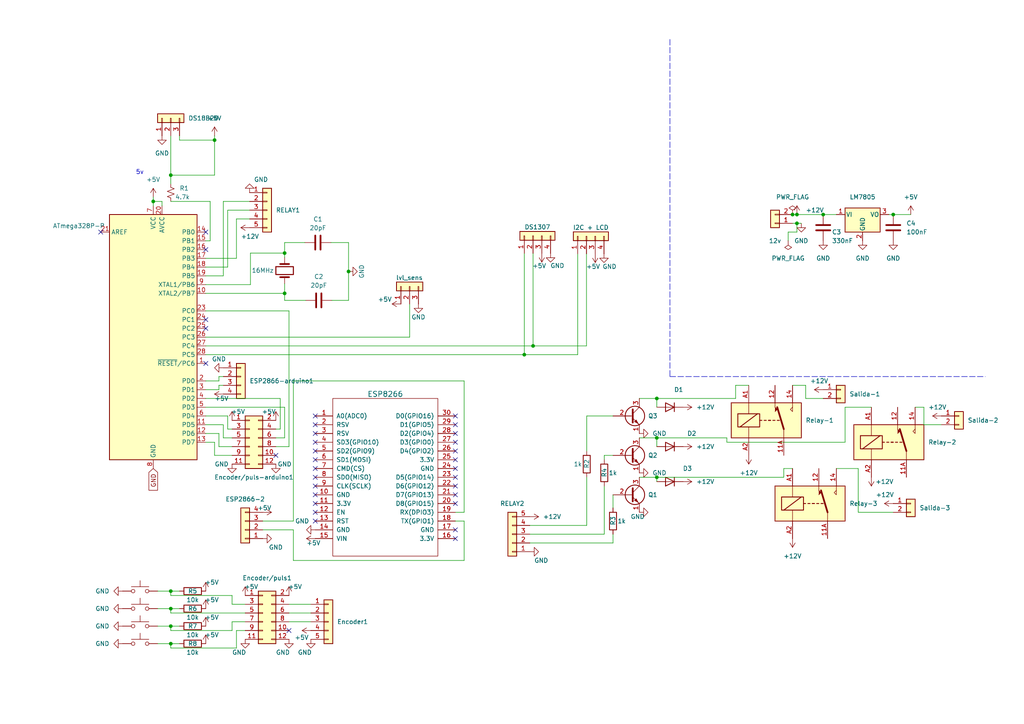
<source format=kicad_sch>
(kicad_sch (version 20211123) (generator eeschema)
  (paper "A4")
  (lib_symbols
    (symbol "Conn_01x02_2" (pin_names (offset 1.016) hide)
      (property "Value" "12v" (at 0 5.08 0))
      (symbol "Conn_01x02_2_1_1"
        (pin power_in line (at -5.08 0 0) (length 3.81) (name "Pin_1") (number "1"))
        (pin power_in line (at -5.08 -2.54 0) (length 3.81) (name "Pin_2") (number "2"))
      )
    )
    (symbol "Conn_01x04_1" (pin_names (offset 1.016) hide)
      (property "Reference" "J" (at 0 5.08 0))
      (property "Value" "Conn_01x04_1" (at 0 -7.62 0))
      (symbol "Conn_01x04_1_1_1"
        (pin passive line (at -5.08 2.54 0) (length 3.81) (name "Pin_1") (number "1"))
        (pin passive line (at -5.08 0 0) (length 3.81) (name "Pin_2") (number "2"))
        (pin passive line (at -5.08 -2.54 0) (length 3.81) (name "Pin_3") (number "3"))
        (pin passive line (at -5.08 -5.08 0) (length 3.81) (name "Pin_4") (number "4"))
      )
    )
    (symbol "Conn_02x06_Odd_Even_1" (pin_names (offset 1.016) hide)
      (property "Reference" "J" (at 1.27 7.62 0))
      (property "Value" "Conn_02x06_Odd_Even_1" (at 1.27 -10.16 0))
      (symbol "Conn_02x06_Odd_Even_1_1_1"
        (pin passive line (at -5.08 5.08 0) (length 3.81) (name "Pin_1") (number "1"))
        (pin passive line (at 7.62 -5.08 180) (length 3.81) (name "Pin_10") (number "10"))
        (pin passive line (at -5.08 -7.62 0) (length 3.81) (name "Pin_11") (number "11"))
        (pin passive line (at 7.62 -7.62 180) (length 3.81) (name "Pin_12") (number "12"))
        (pin passive line (at 7.62 5.08 180) (length 3.81) (name "Pin_2") (number "2"))
        (pin passive line (at -5.08 2.54 0) (length 3.81) (name "Pin_3") (number "3"))
        (pin passive line (at 7.62 2.54 180) (length 3.81) (name "Pin_4") (number "4"))
        (pin passive line (at -5.08 0 0) (length 3.81) (name "Pin_5") (number "5"))
        (pin passive line (at 7.62 0 180) (length 3.81) (name "Pin_6") (number "6"))
        (pin passive line (at -5.08 -2.54 0) (length 3.81) (name "Pin_7") (number "7"))
        (pin passive line (at 7.62 -2.54 180) (length 3.81) (name "Pin_8") (number "8"))
        (pin passive line (at -5.08 -5.08 0) (length 3.81) (name "Pin_9") (number "9"))
      )
    )
    (symbol "Connector_Generic:Conn_01x02" (pin_names (offset 1.016) hide)
      (property "Reference" "J" (at 0 2.54 0))
      (property "Value" "Conn_01x02" (at 0 -5.08 0))
      (symbol "Conn_01x02_1_1"
        (pin passive line (at -5.08 0 0) (length 3.81) (name "Pin_1") (number "1"))
        (pin passive line (at -5.08 -2.54 0) (length 3.81) (name "Pin_2") (number "2"))
      )
    )
    (symbol "Connector_Generic:Conn_01x03" (pin_names (offset 1.016) hide)
      (property "Reference" "J" (at 0 5.08 0))
      (property "Value" "Conn_01x03" (at 0 -5.08 0))
      (symbol "Conn_01x03_1_1"
        (pin passive line (at -5.08 2.54 0) (length 3.81) (name "Pin_1") (number "1"))
        (pin passive line (at -5.08 0 0) (length 3.81) (name "Pin_2") (number "2"))
        (pin passive line (at -5.08 -2.54 0) (length 3.81) (name "Pin_3") (number "3"))
      )
    )
    (symbol "Connector_Generic:Conn_01x04" (pin_names (offset 1.016) hide)
      (property "Reference" "J" (at 0 5.08 0))
      (property "Value" "Conn_01x04" (at 0 -7.62 0))
      (symbol "Conn_01x04_1_1"
        (pin passive line (at -5.08 2.54 0) (length 3.81) (name "Pin_1") (number "1"))
        (pin passive line (at -5.08 0 0) (length 3.81) (name "Pin_2") (number "2"))
        (pin passive line (at -5.08 -2.54 0) (length 3.81) (name "Pin_3") (number "3"))
        (pin passive line (at -5.08 -5.08 0) (length 3.81) (name "Pin_4") (number "4"))
      )
    )
    (symbol "Connector_Generic:Conn_01x05" (pin_names (offset 1.016) hide)
      (property "Reference" "J" (at 0 7.62 0))
      (property "Value" "Conn_01x05" (at 0 -7.62 0))
      (symbol "Conn_01x05_1_1"
        (pin passive line (at -5.08 5.08 0) (length 3.81) (name "Pin_1") (number "1"))
        (pin passive line (at -5.08 2.54 0) (length 3.81) (name "Pin_2") (number "2"))
        (pin passive line (at -5.08 0 0) (length 3.81) (name "Pin_3") (number "3"))
        (pin passive line (at -5.08 -2.54 0) (length 3.81) (name "Pin_4") (number "4"))
        (pin passive line (at -5.08 -5.08 0) (length 3.81) (name "Pin_5") (number "5"))
      )
    )
    (symbol "Connector_Generic:Conn_02x06_Odd_Even" (pin_names (offset 1.016) hide)
      (property "Reference" "J" (at 1.27 7.62 0))
      (property "Value" "Conn_02x06_Odd_Even" (at 1.27 -10.16 0))
      (symbol "Conn_02x06_Odd_Even_1_1"
        (pin passive line (at -5.08 5.08 0) (length 3.81) (name "Pin_1") (number "1"))
        (pin passive line (at 7.62 -5.08 180) (length 3.81) (name "Pin_10") (number "10"))
        (pin passive line (at -5.08 -7.62 0) (length 3.81) (name "Pin_11") (number "11"))
        (pin passive line (at 7.62 -7.62 180) (length 3.81) (name "Pin_12") (number "12"))
        (pin passive line (at 7.62 5.08 180) (length 3.81) (name "Pin_2") (number "2"))
        (pin passive line (at -5.08 2.54 0) (length 3.81) (name "Pin_3") (number "3"))
        (pin passive line (at 7.62 2.54 180) (length 3.81) (name "Pin_4") (number "4"))
        (pin passive line (at -5.08 0 0) (length 3.81) (name "Pin_5") (number "5"))
        (pin passive line (at 7.62 0 180) (length 3.81) (name "Pin_6") (number "6"))
        (pin passive line (at -5.08 -2.54 0) (length 3.81) (name "Pin_7") (number "7"))
        (pin passive line (at 7.62 -2.54 180) (length 3.81) (name "Pin_8") (number "8"))
        (pin passive line (at -5.08 -5.08 0) (length 3.81) (name "Pin_9") (number "9"))
      )
    )
    (symbol "Device:C" (pin_numbers hide) (pin_names (offset 0.254))
      (property "Reference" "C" (at 0.635 2.54 0))
      (property "Value" "C" (at 0.635 -2.54 0))
      (symbol "C_1_1"
        (pin passive line (at 0 3.81 270) (length 2.794) (name "~") (number "1"))
        (pin passive line (at 0 -3.81 90) (length 2.794) (name "~") (number "2"))
      )
    )
    (symbol "Device:Crystal" (pin_numbers hide) (pin_names (offset 1.016) hide)
      (property "Reference" "Y" (at 0 3.81 0))
      (property "Value" "Crystal" (at 0 -3.81 0))
      (symbol "Crystal_1_1"
        (pin passive line (at -3.81 0 0) (length 1.27) (name "1") (number "1"))
        (pin passive line (at 3.81 0 180) (length 1.27) (name "2") (number "2"))
      )
    )
    (symbol "Device:R" (pin_numbers hide) (pin_names (offset 0))
      (property "Reference" "R" (at 2.032 0 90))
      (property "Value" "R" (at 0 0 90))
      (symbol "R_1_1"
        (pin passive line (at 0 3.81 270) (length 1.27) (name "~") (number "1"))
        (pin passive line (at 0 -3.81 90) (length 1.27) (name "~") (number "2"))
      )
    )
    (symbol "Device:R_Small_US" (pin_numbers hide) (pin_names (offset 0.254) hide)
      (property "Reference" "R" (at 0.762 0.508 0))
      (property "Value" "R_Small_US" (at 0.762 -1.016 0))
      (symbol "R_Small_US_1_1"
        (pin passive line (at 0 2.54 270) (length 1.016) (name "~") (number "1"))
        (pin passive line (at 0 -2.54 90) (length 1.016) (name "~") (number "2"))
      )
    )
    (symbol "Diode:1N4007" (pin_numbers hide) (pin_names (offset 1.016) hide)
      (property "Reference" "D" (at 0 2.54 0))
      (property "Value" "1N4007" (at 0 -2.54 0))
      (symbol "1N4007_1_1"
        (pin passive line (at -3.81 0 0) (length 2.54) (name "K") (number "1"))
        (pin passive line (at 3.81 0 180) (length 2.54) (name "A") (number "2"))
      )
    )
    (symbol "ESP8266-2:NodeMCU1.0(ESP-12E)" (pin_names (offset 1.016))
      (property "Reference" "U" (at 0 21.59 0))
      (property "Value" "NodeMCU1.0(ESP-12E)" (at 0 -21.59 0))
      (symbol "NodeMCU1.0(ESP-12E)_1_1"
        (pin input line (at -20.32 17.78 0) (length 5.08) (name "A0(ADC0)") (number "1"))
        (pin input line (at -20.32 -5.08 0) (length 5.08) (name "GND") (number "10"))
        (pin input line (at -20.32 -7.62 0) (length 5.08) (name "3.3V") (number "11"))
        (pin input line (at -20.32 -10.16 0) (length 5.08) (name "EN") (number "12"))
        (pin input line (at -20.32 -12.7 0) (length 5.08) (name "RST") (number "13"))
        (pin input line (at -20.32 -15.24 0) (length 5.08) (name "GND") (number "14"))
        (pin input line (at -20.32 -17.78 0) (length 5.08) (name "VIN") (number "15"))
        (pin input line (at 20.32 -17.78 180) (length 5.08) (name "3.3V") (number "16"))
        (pin input line (at 20.32 -15.24 180) (length 5.08) (name "GND") (number "17"))
        (pin input line (at 20.32 -12.7 180) (length 5.08) (name "TX(GPIO1)") (number "18"))
        (pin input line (at 20.32 -10.16 180) (length 5.08) (name "RX(DPIO3)") (number "19"))
        (pin input line (at -20.32 15.24 0) (length 5.08) (name "RSV") (number "2"))
        (pin input line (at 20.32 -7.62 180) (length 5.08) (name "D8(GPIO15)") (number "20"))
        (pin input line (at 20.32 -5.08 180) (length 5.08) (name "D7(GPIO13)") (number "21"))
        (pin input line (at 20.32 -2.54 180) (length 5.08) (name "D6(GPIO12)") (number "22"))
        (pin input line (at 20.32 0 180) (length 5.08) (name "D5(GPIO14)") (number "23"))
        (pin input line (at 20.32 2.54 180) (length 5.08) (name "GND") (number "24"))
        (pin input line (at 20.32 5.08 180) (length 5.08) (name "3.3V") (number "25"))
        (pin input line (at 20.32 7.62 180) (length 5.08) (name "D4(GPIO2)") (number "26"))
        (pin input line (at 20.32 10.16 180) (length 5.08) (name "D3(GPIO0)") (number "27"))
        (pin input line (at 20.32 12.7 180) (length 5.08) (name "D2(GPIO4)") (number "28"))
        (pin input line (at 20.32 15.24 180) (length 5.08) (name "D1(GPIO5)") (number "29"))
        (pin input line (at -20.32 12.7 0) (length 5.08) (name "RSV") (number "3"))
        (pin input line (at 20.32 17.78 180) (length 5.08) (name "D0(GPIO16)") (number "30"))
        (pin input line (at -20.32 10.16 0) (length 5.08) (name "SD3(GPIO10)") (number "4"))
        (pin input line (at -20.32 7.62 0) (length 5.08) (name "SD2(GPIO9)") (number "5"))
        (pin input line (at -20.32 5.08 0) (length 5.08) (name "SD1(MOSI)") (number "6"))
        (pin input line (at -20.32 2.54 0) (length 5.08) (name "CMD(CS)") (number "7"))
        (pin input line (at -20.32 0 0) (length 5.08) (name "SDO(MISO)") (number "8"))
        (pin input line (at -20.32 -2.54 0) (length 5.08) (name "CLK(SCLK)") (number "9"))
      )
    )
    (symbol "MCU_Microchip_ATmega:ATmega328P-P"
      (property "Reference" "U" (at -12.7 36.83 0))
      (property "Value" "ATmega328P-P" (at 2.54 -36.83 0))
      (symbol "ATmega328P-P_1_1"
        (pin bidirectional line (at 15.24 -7.62 180) (length 2.54) (name "~{RESET}/PC6") (number "1"))
        (pin bidirectional line (at 15.24 12.7 180) (length 2.54) (name "XTAL2/PB7") (number "10"))
        (pin bidirectional line (at 15.24 -25.4 180) (length 2.54) (name "PD5") (number "11"))
        (pin bidirectional line (at 15.24 -27.94 180) (length 2.54) (name "PD6") (number "12"))
        (pin bidirectional line (at 15.24 -30.48 180) (length 2.54) (name "PD7") (number "13"))
        (pin bidirectional line (at 15.24 30.48 180) (length 2.54) (name "PB0") (number "14"))
        (pin bidirectional line (at 15.24 27.94 180) (length 2.54) (name "PB1") (number "15"))
        (pin bidirectional line (at 15.24 25.4 180) (length 2.54) (name "PB2") (number "16"))
        (pin bidirectional line (at 15.24 22.86 180) (length 2.54) (name "PB3") (number "17"))
        (pin bidirectional line (at 15.24 20.32 180) (length 2.54) (name "PB4") (number "18"))
        (pin bidirectional line (at 15.24 17.78 180) (length 2.54) (name "PB5") (number "19"))
        (pin bidirectional line (at 15.24 -12.7 180) (length 2.54) (name "PD0") (number "2"))
        (pin power_in line (at 2.54 38.1 270) (length 2.54) (name "AVCC") (number "20"))
        (pin passive line (at -15.24 30.48 0) (length 2.54) (name "AREF") (number "21"))
        (pin passive line (at 0 -38.1 90) (length 2.54) hide (name "GND") (number "22"))
        (pin bidirectional line (at 15.24 7.62 180) (length 2.54) (name "PC0") (number "23"))
        (pin bidirectional line (at 15.24 5.08 180) (length 2.54) (name "PC1") (number "24"))
        (pin bidirectional line (at 15.24 2.54 180) (length 2.54) (name "PC2") (number "25"))
        (pin bidirectional line (at 15.24 0 180) (length 2.54) (name "PC3") (number "26"))
        (pin bidirectional line (at 15.24 -2.54 180) (length 2.54) (name "PC4") (number "27"))
        (pin bidirectional line (at 15.24 -5.08 180) (length 2.54) (name "PC5") (number "28"))
        (pin bidirectional line (at 15.24 -15.24 180) (length 2.54) (name "PD1") (number "3"))
        (pin bidirectional line (at 15.24 -17.78 180) (length 2.54) (name "PD2") (number "4"))
        (pin bidirectional line (at 15.24 -20.32 180) (length 2.54) (name "PD3") (number "5"))
        (pin bidirectional line (at 15.24 -22.86 180) (length 2.54) (name "PD4") (number "6"))
        (pin power_in line (at 0 38.1 270) (length 2.54) (name "VCC") (number "7"))
        (pin power_in line (at 0 -38.1 90) (length 2.54) (name "GND") (number "8"))
        (pin bidirectional line (at 15.24 15.24 180) (length 2.54) (name "XTAL1/PB6") (number "9"))
      )
    )
    (symbol "Regulator_Linear:LM7805_TO220" (pin_names (offset 0.254))
      (property "Reference" "U" (at -3.81 3.175 0))
      (property "Value" "LM7805_TO220" (at 0 3.175 0))
      (symbol "LM7805_TO220_1_1"
        (pin power_in line (at -7.62 0 0) (length 2.54) (name "VI") (number "1"))
        (pin power_in line (at 0 -7.62 90) (length 2.54) (name "GND") (number "2"))
        (pin power_out line (at 7.62 0 180) (length 2.54) (name "VO") (number "3"))
      )
    )
    (symbol "Relay:RAYEX-L90"
      (property "Reference" "K" (at 11.43 3.81 0))
      (property "Value" "RAYEX-L90" (at 11.43 1.27 0))
      (symbol "RAYEX-L90_1_1"
        (pin passive line (at 5.08 -10.16 90) (length 5.08) (name "~") (number "11A"))
        (pin passive line (at 5.08 -10.16 90) (length 5.08) hide (name "~") (number "11B"))
        (pin passive line (at 2.54 10.16 270) (length 5.08) (name "~") (number "12"))
        (pin passive line (at 7.62 10.16 270) (length 5.08) (name "~") (number "14"))
        (pin passive line (at -5.08 10.16 270) (length 5.08) (name "~") (number "A1"))
        (pin passive line (at -5.08 -10.16 90) (length 5.08) (name "~") (number "A2"))
      )
    )
    (symbol "Switch:SW_Push" (pin_numbers hide) (pin_names (offset 1.016) hide)
      (property "Reference" "SW" (at 1.27 2.54 0))
      (property "Value" "SW_Push" (at 0 -1.524 0))
      (symbol "SW_Push_0_1"
        (pin passive line (at -5.08 0 0) (length 2.54) (name "1") (number "1"))
        (pin passive line (at 5.08 0 180) (length 2.54) (name "2") (number "2"))
      )
    )
    (symbol "Transistor_BJT:PN2222A" (pin_names (offset 0) hide)
      (property "Reference" "Q" (at 5.08 1.905 0))
      (property "Value" "PN2222A" (at 5.08 0 0))
      (symbol "PN2222A_1_1"
        (pin passive line (at 2.54 -5.08 90) (length 2.54) (name "E") (number "1"))
        (pin input line (at -5.08 0 0) (length 5.08) (name "B") (number "2"))
        (pin passive line (at 2.54 5.08 270) (length 2.54) (name "C") (number "3"))
      )
    )
    (symbol "power:+12V" (power) (pin_names (offset 0))
      (property "Value" "+12V" (at 0 3.556 0))
      (symbol "+12V_1_1"
        (pin power_in line (at 0 0 90) (length 0) hide (name "+12V") (number "1"))
      )
    )
    (symbol "power:+5V" (power) (pin_names (offset 0))
      (property "Value" "+5V" (at 0 3.556 0))
      (symbol "+5V_1_1"
        (pin power_in line (at 0 0 90) (length 0) hide (name "+5V") (number "1"))
      )
    )
    (symbol "power:GND" (power) (pin_names (offset 0))
      (property "Value" "GND" (at 0 -3.81 0))
      (symbol "GND_1_1"
        (pin power_in line (at 0 0 270) (length 0) hide (name "GND") (number "1"))
      )
    )
    (symbol "power:PWR_FLAG" (power) (pin_numbers hide) (pin_names (offset 0) hide)
      (property "Value" "PWR_FLAG" (at 0 3.81 0))
      (symbol "PWR_FLAG_0_0"
        (pin power_out line (at 0 0 90) (length 0) (name "pwr") (number "1"))
      )
    )
  )
  (junction (at 152.0698 102.87))
  (junction (at 49.53 171.45))
  (junction (at 44.45 58.42))
  (junction (at 231.14 62.23))
  (junction (at 190.5 127))
  (junction (at 49.53 181.61))
  (junction (at 101.092 78.74))
  (junction (at 259.08 62.23))
  (junction (at 229.87 62.23))
  (junction (at 238.76 62.23))
  (junction (at 49.53 50.8))
  (junction (at 49.53 176.53))
  (junction (at 82.55 73.406))
  (junction (at 190.5 138.43))
  (junction (at 231.14 64.77))
  (junction (at 62.23 40.64))
  (junction (at 49.53 186.69))
  (junction (at 82.55 85.09))
  (junction (at 190.5 115.57))
  (junction (at 154.6098 100.33))
  (no_connect (at 80.01 132.08))
  (no_connect (at 29.21 67.31))
  (no_connect (at 132.08 146.05))
  (no_connect (at 132.08 140.97))
  (no_connect (at 132.08 143.51))
  (no_connect (at 132.08 153.67))
  (no_connect (at 132.08 156.21))
  (no_connect (at 132.08 120.65))
  (no_connect (at 132.08 123.19))
  (no_connect (at 132.08 128.27))
  (no_connect (at 132.08 125.73))
  (no_connect (at 132.08 130.81))
  (no_connect (at 132.08 133.35))
  (no_connect (at 132.08 135.89))
  (no_connect (at 132.08 138.43))
  (no_connect (at 91.44 151.13))
  (no_connect (at 91.44 148.59))
  (no_connect (at 91.44 146.05))
  (no_connect (at 91.44 138.43))
  (no_connect (at 91.44 135.89))
  (no_connect (at 91.44 130.81))
  (no_connect (at 91.44 125.73))
  (no_connect (at 91.44 128.27))
  (no_connect (at 91.44 133.35))
  (no_connect (at 91.44 143.51))
  (no_connect (at 91.44 140.97))
  (no_connect (at 91.44 120.65))
  (no_connect (at 91.44 123.19))
  (no_connect (at 59.69 95.25))
  (no_connect (at 83.82 182.88))
  (no_connect (at 59.69 105.41))
  (no_connect (at 59.69 72.39))
  (no_connect (at 59.69 67.31))
  (no_connect (at 59.69 92.71))
  (wire (pts (xy 88.646 87.122) (xy 82.55 87.122)))
  (wire (pts (xy 233.68 115.57) (xy 238.76 115.57)))
  (wire (pts (xy 49.53 186.69) (xy 49.53 187.96)))
  (wire (pts (xy 59.69 102.87) (xy 152.0698 102.87)))
  (wire (pts (xy 170.1038 73.6092) (xy 170.1038 100.33)))
  (wire (pts (xy 85.09 151.13) (xy 76.2 151.13)))
  (wire (pts (xy 134.62 151.13) (xy 134.62 162.56)))
  (wire (pts (xy 63.5 125.73) (xy 59.69 125.73)))
  (wire (pts (xy 49.53 182.88) (xy 67.31 182.88)))
  (wire (pts (xy 229.87 111.76) (xy 233.68 111.76)))
  (wire (pts (xy 80.01 124.46) (xy 81.28 124.46)))
  (wire (pts (xy 64.77 58.42) (xy 72.39 58.42)))
  (wire (pts (xy 242.57 135.89) (xy 248.92 135.89)))
  (wire (pts (xy 60.96 69.85) (xy 60.96 58.42)))
  (wire (pts (xy 76.2 153.67) (xy 85.09 153.67)))
  (wire (pts (xy 49.53 50.8) (xy 49.53 53.34)))
  (wire (pts (xy 45.72 176.53) (xy 49.53 176.53)))
  (wire (pts (xy 83.82 129.54) (xy 80.01 129.54)))
  (wire (pts (xy 44.45 58.42) (xy 44.45 59.69)))
  (wire (pts (xy 210.82 128.27) (xy 245.11 128.27)))
  (wire (pts (xy 101.092 70.358) (xy 101.092 78.74)))
  (wire (pts (xy 59.69 100.33) (xy 154.6098 100.33)))
  (wire (pts (xy 67.31 172.72) (xy 67.31 175.26)))
  (wire (pts (xy 66.04 60.96) (xy 72.39 60.96)))
  (wire (pts (xy 83.82 177.8) (xy 90.17 177.8)))
  (wire (pts (xy 59.69 82.55) (xy 72.644 82.55)))
  (wire (pts (xy 62.23 128.27) (xy 59.69 128.27)))
  (wire (pts (xy 82.55 87.122) (xy 82.55 85.09)))
  (wire (pts (xy 210.82 127) (xy 210.82 128.27)))
  (wire (pts (xy 132.08 148.59) (xy 134.62 148.59)))
  (polyline (pts (xy 194.31 11.43) (xy 194.31 109.22)))
  (wire (pts (xy 170.18 138.43) (xy 170.18 152.4)))
  (wire (pts (xy 45.72 171.45) (xy 49.53 171.45)))
  (wire (pts (xy 59.69 77.47) (xy 66.04 77.47)))
  (wire (pts (xy 49.53 50.8) (xy 62.23 50.8)))
  (wire (pts (xy 265.43 118.11) (xy 267.97 118.11)))
  (wire (pts (xy 132.08 151.13) (xy 134.62 151.13)))
  (wire (pts (xy 82.55 70.358) (xy 82.55 73.406)))
  (wire (pts (xy 134.62 110.49) (xy 85.09 110.49)))
  (wire (pts (xy 231.14 62.23) (xy 238.76 62.23)))
  (wire (pts (xy 213.36 111.76) (xy 217.17 111.76)))
  (wire (pts (xy 49.53 171.45) (xy 49.53 172.72)))
  (wire (pts (xy 177.8 147.32) (xy 177.8 143.51)))
  (wire (pts (xy 64.77 127) (xy 64.77 123.19)))
  (wire (pts (xy 67.31 180.34) (xy 71.12 180.34)))
  (wire (pts (xy 248.92 135.89) (xy 248.92 148.59)))
  (wire (pts (xy 59.69 80.01) (xy 64.77 80.01)))
  (wire (pts (xy 175.26 154.94) (xy 153.67 154.94)))
  (wire (pts (xy 170.1038 100.33) (xy 154.6098 100.33)))
  (wire (pts (xy 190.5 115.57) (xy 190.5 118.11)))
  (wire (pts (xy 46.99 59.69) (xy 46.99 58.42)))
  (wire (pts (xy 152.0698 102.87) (xy 152.0698 73.4822)))
  (wire (pts (xy 229.87 62.23) (xy 231.14 62.23)))
  (wire (pts (xy 68.58 63.5) (xy 72.39 63.5)))
  (wire (pts (xy 68.58 182.88) (xy 68.58 187.96)))
  (wire (pts (xy 170.18 120.65) (xy 170.18 130.81)))
  (wire (pts (xy 185.42 138.43) (xy 190.5 138.43)))
  (wire (pts (xy 66.04 124.46) (xy 67.31 124.46)))
  (wire (pts (xy 227.33 138.43) (xy 227.33 135.89)))
  (wire (pts (xy 60.96 58.42) (xy 49.53 58.42)))
  (wire (pts (xy 177.8 157.48) (xy 153.67 157.48)))
  (wire (pts (xy 227.33 135.89) (xy 229.87 135.89)))
  (wire (pts (xy 49.53 172.72) (xy 67.31 172.72)))
  (wire (pts (xy 64.77 80.01) (xy 64.77 58.42)))
  (wire (pts (xy 49.53 176.53) (xy 52.07 176.53)))
  (wire (pts (xy 238.76 62.23) (xy 242.57 62.23)))
  (wire (pts (xy 152.0698 102.87) (xy 167.5638 102.87)))
  (wire (pts (xy 83.82 175.26) (xy 90.17 175.26)))
  (wire (pts (xy 85.09 110.49) (xy 85.09 151.13)))
  (wire (pts (xy 63.5 111.76) (xy 64.77 111.76)))
  (wire (pts (xy 49.53 176.53) (xy 49.53 177.8)))
  (wire (pts (xy 177.8 132.08) (xy 175.26 132.08)))
  (wire (pts (xy 101.092 87.122) (xy 101.092 78.74)))
  (wire (pts (xy 185.42 127) (xy 190.5 127)))
  (wire (pts (xy 231.14 67.31) (xy 231.14 64.77)))
  (wire (pts (xy 63.5 113.03) (xy 63.5 111.76)))
  (wire (pts (xy 233.68 111.76) (xy 233.68 115.57)))
  (wire (pts (xy 64.77 123.19) (xy 59.69 123.19)))
  (wire (pts (xy 267.97 123.19) (xy 273.05 123.19)))
  (wire (pts (xy 62.23 39.37) (xy 62.23 40.64)))
  (wire (pts (xy 63.5 129.54) (xy 67.31 129.54)))
  (wire (pts (xy 175.26 140.97) (xy 175.26 154.94)))
  (wire (pts (xy 67.31 182.88) (xy 67.31 180.34)))
  (wire (pts (xy 82.55 85.09) (xy 59.69 85.09)))
  (wire (pts (xy 83.82 90.17) (xy 83.82 129.54)))
  (wire (pts (xy 72.644 82.55) (xy 72.644 73.406)))
  (wire (pts (xy 245.11 128.27) (xy 245.11 118.11)))
  (wire (pts (xy 59.69 110.49) (xy 63.5 110.49)))
  (wire (pts (xy 66.04 120.65) (xy 59.69 120.65)))
  (wire (pts (xy 59.69 90.17) (xy 83.82 90.17)))
  (wire (pts (xy 88.392 70.358) (xy 82.55 70.358)))
  (wire (pts (xy 228.6 69.85) (xy 228.6 67.31)))
  (wire (pts (xy 80.01 127) (xy 82.55 127)))
  (wire (pts (xy 167.5638 102.87) (xy 167.5638 73.6092)))
  (wire (pts (xy 49.53 186.69) (xy 52.07 186.69)))
  (wire (pts (xy 59.69 69.85) (xy 60.96 69.85)))
  (wire (pts (xy 154.6098 100.33) (xy 154.6098 73.4822)))
  (wire (pts (xy 82.55 73.406) (xy 72.644 73.406)))
  (wire (pts (xy 190.5 138.43) (xy 227.33 138.43)))
  (wire (pts (xy 59.69 113.03) (xy 63.5 113.03)))
  (wire (pts (xy 64.77 127) (xy 67.31 127)))
  (wire (pts (xy 59.69 97.79) (xy 118.8212 97.79)))
  (wire (pts (xy 190.5 127) (xy 190.5 129.54)))
  (wire (pts (xy 175.26 132.08) (xy 175.26 133.35)))
  (wire (pts (xy 213.36 115.57) (xy 213.36 111.76)))
  (wire (pts (xy 49.53 187.96) (xy 68.58 187.96)))
  (wire (pts (xy 49.53 39.37) (xy 49.53 50.8)))
  (wire (pts (xy 229.87 64.77) (xy 231.14 64.77)))
  (wire (pts (xy 185.42 115.57) (xy 190.5 115.57)))
  (wire (pts (xy 49.53 177.8) (xy 71.12 177.8)))
  (wire (pts (xy 177.8 154.94) (xy 177.8 157.48)))
  (wire (pts (xy 82.55 74.676) (xy 82.55 73.406)))
  (wire (pts (xy 52.07 40.64) (xy 52.07 39.37)))
  (wire (pts (xy 66.04 124.46) (xy 66.04 120.65)))
  (wire (pts (xy 248.92 148.59) (xy 259.08 148.59)))
  (wire (pts (xy 62.23 132.08) (xy 67.31 132.08)))
  (wire (pts (xy 63.5 109.22) (xy 64.77 109.22)))
  (wire (pts (xy 257.81 62.23) (xy 259.08 62.23)))
  (wire (pts (xy 49.53 181.61) (xy 52.07 181.61)))
  (wire (pts (xy 190.5 115.57) (xy 213.36 115.57)))
  (wire (pts (xy 62.23 40.64) (xy 62.23 50.8)))
  (wire (pts (xy 82.55 118.11) (xy 59.69 118.11)))
  (polyline (pts (xy 194.31 109.22) (xy 285.75 109.22)))
  (wire (pts (xy 231.14 64.77) (xy 232.41 64.77)))
  (wire (pts (xy 267.97 118.11) (xy 267.97 123.19)))
  (wire (pts (xy 82.55 127) (xy 82.55 118.11)))
  (wire (pts (xy 44.45 58.42) (xy 46.99 58.42)))
  (wire (pts (xy 68.58 74.93) (xy 68.58 63.5)))
  (wire (pts (xy 83.82 180.34) (xy 90.17 180.34)))
  (wire (pts (xy 134.62 162.56) (xy 85.09 162.56)))
  (wire (pts (xy 118.8212 88.1634) (xy 118.8212 97.79)))
  (wire (pts (xy 190.5 127) (xy 210.82 127)))
  (wire (pts (xy 63.5 129.54) (xy 63.5 125.73)))
  (wire (pts (xy 62.23 132.08) (xy 62.23 128.27)))
  (wire (pts (xy 81.28 124.46) (xy 81.28 115.57)))
  (wire (pts (xy 259.08 62.23) (xy 264.16 62.23)))
  (wire (pts (xy 66.04 77.47) (xy 66.04 60.96)))
  (wire (pts (xy 170.18 120.65) (xy 177.8 120.65)))
  (wire (pts (xy 228.6 67.31) (xy 231.14 67.31)))
  (wire (pts (xy 170.18 152.4) (xy 153.67 152.4)))
  (wire (pts (xy 52.07 40.64) (xy 62.23 40.64)))
  (wire (pts (xy 63.5 110.49) (xy 63.5 109.22)))
  (wire (pts (xy 59.69 74.93) (xy 68.58 74.93)))
  (wire (pts (xy 96.266 87.122) (xy 101.092 87.122)))
  (wire (pts (xy 67.31 175.26) (xy 71.12 175.26)))
  (wire (pts (xy 49.53 181.61) (xy 49.53 182.88)))
  (wire (pts (xy 49.53 171.45) (xy 52.07 171.45)))
  (wire (pts (xy 245.11 118.11) (xy 252.73 118.11)))
  (wire (pts (xy 45.72 181.61) (xy 49.53 181.61)))
  (wire (pts (xy 81.28 115.57) (xy 59.69 115.57)))
  (wire (pts (xy 68.58 182.88) (xy 71.12 182.88)))
  (wire (pts (xy 190.5 138.43) (xy 190.5 139.7)))
  (wire (pts (xy 44.45 57.15) (xy 44.45 58.42)))
  (wire (pts (xy 45.72 186.69) (xy 49.53 186.69)))
  (wire (pts (xy 96.012 70.358) (xy 101.092 70.358)))
  (wire (pts (xy 134.62 148.59) (xy 134.62 110.49)))
  (wire (pts (xy 82.55 82.296) (xy 82.55 85.09)))
  (wire (pts (xy 85.09 153.67) (xy 85.09 162.56)))
  (text "5v" (at 39.37 50.8 0) (effects (font (size 1.27 1.27)) (justify left bottom)))
  (global_label "GND" (shape input) (at 44.45 135.89 270) (property "Intersheet References" "${INTERSHEET_REFS}" (effects hide)))
  (symbol (lib_id "Connector_Generic:Conn_02x06_Odd_Even") (at 76.2 177.8 0) (unit 1)
    (property "Reference" "Encoder/puls1" (at 77.47 167.64 0))
    (property "Value" "Conn_02x06_Odd_Even" (effects hide))
    (property "Footprint" "Connector_PinHeader_2.54mm:PinHeader_2x06_P2.54mm_Vertical" (effects hide))
  )
  (symbol (lib_name "Conn_02x06_Odd_Even_1") (lib_id "Connector_Generic:Conn_02x06_Odd_Even") (at 72.39 127 0) (unit 1)
    (property "Reference" "Encoder/puls-arduino1" (at 73.66 138.43 0))
    (property "Value" "Conn_02x06_Odd_Even" (effects hide))
    (property "Footprint" "Connector_PinHeader_2.54mm:PinHeader_2x06_P2.54mm_Vertical" (effects hide))
  )
  (symbol (lib_id "Switch:SW_Push") (at 40.64 181.61 0) (unit 1)
    (property "Reference" "SW2" (effects hide))
    (property "Value" "SW_Push" (effects hide))
    (property "Footprint" "Button_Switch_THT:SW_PUSH-12mm" (effects hide))
  )
  (symbol (lib_id "power:GND") (at 90.17 185.42 0) (unit 1)
    (property "Reference" "#PWR0130" (effects hide))
    (property "Value" "GND" (at 86.36 189.23 0) (effects (justify left)))
  )
  (symbol (lib_id "Device:R") (at 55.88 181.61 90) (unit 1)
    (property "Reference" "R7" (at 55.88 181.61 90))
    (property "Value" "10k" (at 55.88 184.15 90))
    (property "Footprint" "Resistor_THT:R_Axial_DIN0204_L3.6mm_D1.6mm_P5.08mm_Horizontal" (effects hide))
  )
  (symbol (lib_id "power:GND") (at 185.42 125.73 90) (unit 1)
    (property "Reference" "#PWR06" (effects hide))
    (property "Value" "GND" (at 189.23 125.7299 90) (effects (justify right)))
  )
  (symbol (lib_id "power:GND") (at 80.01 134.62 0) (unit 1)
    (property "Reference" "#PWR0106" (effects hide))
    (property "Value" "GND" (at 82.55 134.62 0))
  )
  (symbol (lib_id "power:+5V") (at 91.44 156.21 90) (unit 1)
    (property "Reference" "#PWR03" (effects hide))
    (property "Value" "+5V" (at 88.9 157.48 90) (effects (justify right)))
  )
  (symbol (lib_id "Relay:RAYEX-L90") (at 222.25 121.92 0) (unit 1)
    (property "Reference" "Relay-1" (at 233.68 121.9199 0) (effects (justify left)))
    (property "Value" "RAYEX-L90" (effects hide))
    (property "Footprint" "Relay_THT:Relay_SPDT_RAYEX-L90" (effects hide))
    (property "Datasheet" "https://a3.sofastcdn.com/attachment/7jioKBjnRiiSrjrjknRiwS77gwbf3zmp/L90-SERIES.pdf" (effects hide))
  )
  (symbol (lib_id "Connector_Generic:Conn_01x02") (at 264.16 146.05 0) (unit 1)
    (property "Reference" "Salida-3" (at 266.7 147.3199 0) (effects (justify left)))
    (property "Value" "Conn_01x02" (effects hide))
    (property "Footprint" "TerminalBlock:TerminalBlock_bornier-2_P5.08mm" (effects hide))
  )
  (symbol (lib_id "Diode:1N4007") (at 194.31 139.7 180) (unit 1)
    (property "Reference" "D3" (at 199.39 135.89 0))
    (property "Value" "1N4007" (effects hide))
    (property "Footprint" "Diode_THT:D_DO-41_SOD81_P10.16mm_Horizontal" (effects hide))
    (property "Datasheet" "http://www.vishay.com/docs/88503/1n4001.pdf" (effects hide))
  )
  (symbol (lib_id "power:+5V") (at 64.77 114.3 90) (unit 1)
    (property "Reference" "#PWR013" (effects hide))
    (property "Value" "+5V" (at 62.23 115.57 90) (effects (justify right)))
  )
  (symbol (lib_id "Connector_Generic:Conn_01x02") (at 243.84 113.03 0) (unit 1)
    (property "Reference" "Salida-1" (at 246.38 114.2999 0) (effects (justify left)))
    (property "Value" "Conn_01x02" (effects hide))
    (property "Footprint" "TerminalBlock:TerminalBlock_bornier-2_P5.08mm" (effects hide))
  )
  (symbol (lib_id "power:GND") (at 101.092 78.74 90) (unit 1)
    (property "Reference" "#PWR01" (effects hide))
    (property "Value" "GND" (at 104.902 78.74 0))
  )
  (symbol (lib_id "power:+12V") (at 72.39 66.04 90) (unit 1)
    (property "Reference" "#PWR05" (effects hide))
    (property "Value" "+12V" (at 69.85 68.58 90) (effects (justify right)))
  )
  (symbol (lib_id "power:+5V") (at 83.82 172.72 0) (unit 1)
    (property "Reference" "#PWR018" (effects hide))
    (property "Value" "+5V" (at 87.63 170.18 0) (effects (justify right)))
  )
  (symbol (lib_id "Device:R") (at 177.8 151.13 0) (unit 1)
    (property "Reference" "R3" (at 177.8 152.4 90) (effects (justify left)))
    (property "Value" "1k" (at 179.07 151.13 0) (effects (justify left)))
    (property "Footprint" "Resistor_THT:R_Axial_DIN0204_L3.6mm_D1.6mm_P7.62mm_Horizontal" (effects hide))
  )
  (symbol (lib_id "power:GND") (at 159.6898 73.4822 0) (unit 1)
    (property "Reference" "#PWR0113" (effects hide))
    (property "Value" "GND" (at 161.671 77.0636 0))
  )
  (symbol (lib_name "Conn_01x02_2") (lib_id "Connector_Generic:Conn_01x02") (at 224.79 64.77 180) (unit 1)
    (property "Reference" "J1" (effects hide))
    (property "Value" "12v" (at 224.79 69.85 0))
    (property "Footprint" "TerminalBlock:TerminalBlock_bornier-2_P5.08mm" (effects hide))
  )
  (symbol (lib_id "Connector_Generic:Conn_01x02") (at 278.13 120.65 0) (unit 1)
    (property "Reference" "Salida-2" (at 280.67 121.9199 0) (effects (justify left)))
    (property "Value" "Conn_01x02" (effects hide))
    (property "Footprint" "TerminalBlock:TerminalBlock_bornier-2_P5.08mm" (effects hide))
  )
  (symbol (lib_id "power:GND") (at 238.76 69.85 0) (unit 1)
    (property "Reference" "#PWR0126" (effects hide))
    (property "Value" "GND" (at 238.76 74.93 0))
  )
  (symbol (lib_id "power:GND") (at 35.56 181.61 270) (unit 1)
    (property "Reference" "#PWR0116" (effects hide))
    (property "Value" "GND" (at 31.75 181.6101 90) (effects (justify right)))
  )
  (symbol (lib_id "power:GND") (at 175.1838 73.6092 0) (unit 1)
    (property "Reference" "#PWR0114" (effects hide))
    (property "Value" "GND" (at 176.784 77.3176 0))
  )
  (symbol (lib_id "power:+12V") (at 198.12 139.7 270) (unit 1)
    (property "Reference" "#PWR0122" (effects hide))
    (property "Value" "+12V" (at 201.93 139.6999 90) (effects (justify left)))
  )
  (symbol (lib_id "Relay:RAYEX-L90") (at 257.81 128.27 0) (unit 1)
    (property "Reference" "Relay-2" (at 269.24 128.2699 0) (effects (justify left)))
    (property "Value" "RAYEX-L90" (effects hide))
    (property "Footprint" "Relay_THT:Relay_SPDT_RAYEX-L90" (effects hide))
    (property "Datasheet" "https://a3.sofastcdn.com/attachment/7jioKBjnRiiSrjrjknRiwS77gwbf3zmp/L90-SERIES.pdf" (effects hide))
  )
  (symbol (lib_id "power:+5V") (at 67.31 121.92 0) (unit 1)
    (property "Reference" "#PWR0132" (effects hide))
    (property "Value" "+5V" (at 71.12 119.38 0) (effects (justify right)))
  )
  (symbol (lib_id "Device:R") (at 55.88 186.69 90) (unit 1)
    (property "Reference" "R8" (at 55.88 186.69 90))
    (property "Value" "10k" (at 55.88 189.23 90))
    (property "Footprint" "Resistor_THT:R_Axial_DIN0204_L3.6mm_D1.6mm_P5.08mm_Horizontal" (effects hide))
  )
  (symbol (lib_id "Diode:1N4007") (at 194.31 118.11 180) (unit 1)
    (property "Reference" "D1" (at 196.85 113.03 0))
    (property "Value" "1N4007" (effects hide))
    (property "Footprint" "Diode_THT:D_DO-41_SOD81_P10.16mm_Horizontal" (effects hide))
    (property "Datasheet" "http://www.vishay.com/docs/88503/1n4001.pdf" (effects hide))
  )
  (symbol (lib_id "Switch:SW_Push") (at 40.64 176.53 0) (unit 1)
    (property "Reference" "SW3" (effects hide))
    (property "Value" "SW_Push" (effects hide))
    (property "Footprint" "Button_Switch_THT:SW_PUSH-12mm" (effects hide))
  )
  (symbol (lib_id "Device:R") (at 170.18 134.62 0) (unit 1)
    (property "Reference" "R2" (at 170.18 135.89 90) (effects (justify left)))
    (property "Value" "1k" (at 166.37 134.62 0) (effects (justify left)))
    (property "Footprint" "Resistor_THT:R_Axial_DIN0204_L3.6mm_D1.6mm_P7.62mm_Horizontal" (effects hide))
  )
  (symbol (lib_name "Conn_01x04_1") (lib_id "Connector_Generic:Conn_01x04") (at 154.6098 68.4022 90) (unit 1)
    (property "Reference" "J3" (effects hide))
    (property "Value" "DS1307" (at 155.8798 65.8622 90))
    (property "Footprint" "Connector_PinSocket_2.54mm:PinSocket_1x04_P2.54mm_Vertical" (effects hide))
  )
  (symbol (lib_id "power:GND") (at 91.44 153.67 270) (unit 1)
    (property "Reference" "#PWR02" (effects hide))
    (property "Value" "GND" (at 87.63 151.13 90))
  )
  (symbol (lib_id "Transistor_BJT:PN2222A") (at 182.88 143.51 0) (unit 1)
    (property "Reference" "Q1" (at 187.96 143.5099 0) (effects (justify left)))
    (property "Value" "PN2222A" (effects hide))
    (property "Footprint" "Package_TO_SOT_THT:TO-92_Inline" (effects hide))
    (property "Datasheet" "https://www.onsemi.com/pub/Collateral/PN2222-D.PDF" (effects hide))
  )
  (symbol (lib_id "Connector_Generic:Conn_01x04") (at 170.1038 68.5292 90) (unit 1)
    (property "Reference" "J2" (effects hide))
    (property "Value" "I2C + LCD" (at 171.3738 65.9892 90))
    (property "Footprint" "Connector_PinSocket_2.54mm:PinSocket_1x04_P2.54mm_Vertical" (effects hide))
  )
  (symbol (lib_id "Device:R") (at 55.88 176.53 90) (unit 1)
    (property "Reference" "R6" (at 55.88 176.53 90))
    (property "Value" "10k" (at 55.88 179.07 90))
    (property "Footprint" "Resistor_THT:R_Axial_DIN0204_L3.6mm_D1.6mm_P5.08mm_Horizontal" (effects hide))
  )
  (symbol (lib_id "power:+5V") (at 71.12 172.72 0) (unit 1)
    (property "Reference" "#PWR016" (effects hide))
    (property "Value" "+5V" (at 74.93 170.18 0) (effects (justify right)))
  )
  (symbol (lib_id "power:+12V") (at 252.73 138.43 180) (unit 1)
    (property "Reference" "#PWR0119" (effects hide))
    (property "Value" "+12V" (at 256.54 139.7 0))
  )
  (symbol (lib_id "Device:C") (at 92.456 87.122 90) (unit 1)
    (property "Reference" "C2" (at 92.456 80.2386 90))
    (property "Value" "20pF" (at 92.456 82.7786 90))
    (property "Footprint" "Capacitor_THT:C_Disc_D5.0mm_W2.5mm_P5.00mm" (effects hide))
  )
  (symbol (lib_id "power:GND") (at 121.3612 88.1634 0) (unit 1)
    (property "Reference" "#PWR0112" (effects hide))
    (property "Value" "GND" (at 121.3612 91.9734 0))
  )
  (symbol (lib_id "Relay:RAYEX-L90") (at 234.95 146.05 0) (unit 1)
    (property "Reference" "Relay-3" (at 246.38 146.0499 0) (effects (justify left)))
    (property "Value" "RAYEX-L90" (effects hide))
    (property "Footprint" "Relay_THT:Relay_SPDT_RAYEX-L90" (effects hide))
    (property "Datasheet" "https://a3.sofastcdn.com/attachment/7jioKBjnRiiSrjrjknRiwS77gwbf3zmp/L90-SERIES.pdf" (effects hide))
  )
  (symbol (lib_id "power:+5V") (at 59.69 171.45 0) (unit 1)
    (property "Reference" "#PWR020" (effects hide))
    (property "Value" "+5V" (at 63.5 168.91 0) (effects (justify right)))
  )
  (symbol (lib_id "power:+5V") (at 264.16 62.23 0) (unit 1)
    (property "Reference" "#PWR0101" (effects hide))
    (property "Value" "+5V" (at 264.16 57.15 0))
  )
  (symbol (lib_id "Regulator_Linear:LM7805_TO220") (at 250.19 62.23 0) (unit 1)
    (property "Reference" "U1" (effects hide))
    (property "Value" "LM7805" (at 250.19 57.15 0))
    (property "Footprint" "Package_TO_SOT_THT:TO-220-3_Vertical" (effects hide))
    (property "Datasheet" "https://www.onsemi.cn/PowerSolutions/document/MC7800-D.PDF" (effects hide))
  )
  (symbol (lib_id "Switch:SW_Push") (at 40.64 186.69 0) (unit 1)
    (property "Reference" "SW1" (effects hide))
    (property "Value" "SW_Push" (effects hide))
    (property "Footprint" "Button_Switch_THT:SW_PUSH-12mm" (effects hide))
  )
  (symbol (lib_id "power:+5V") (at 157.1498 73.4822 180) (unit 1)
    (property "Reference" "#PWR0104" (effects hide))
    (property "Value" "+5V" (at 154.3488 77.1114 0) (effects (justify right)))
  )
  (symbol (lib_id "power:GND") (at 185.42 148.59 90) (unit 1)
    (property "Reference" "#PWR08" (effects hide))
    (property "Value" "GND" (at 182.88 149.86 90) (effects (justify right)))
  )
  (symbol (lib_id "Connector_Generic:Conn_01x05") (at 95.25 180.34 0) (unit 1)
    (property "Reference" "Encoder1" (at 97.79 180.3399 0) (effects (justify left)))
    (property "Value" "Conn_01x05" (effects hide))
    (property "Footprint" "Connector_PinSocket_2.54mm:PinSocket_1x05_P2.54mm_Vertical" (effects hide))
  )
  (symbol (lib_id "Device:R") (at 175.26 137.16 0) (unit 1)
    (property "Reference" "R4" (at 175.26 138.43 90) (effects (justify left)))
    (property "Value" "1k" (at 176.53 137.16 0) (effects (justify left)))
    (property "Footprint" "Resistor_THT:R_Axial_DIN0204_L3.6mm_D1.6mm_P7.62mm_Horizontal" (effects hide))
  )
  (symbol (lib_id "power:GND") (at 71.12 185.42 0) (unit 1)
    (property "Reference" "#PWR017" (effects hide))
    (property "Value" "GND" (at 67.31 189.23 0) (effects (justify left)))
  )
  (symbol (lib_id "power:GND") (at 72.39 55.88 180) (unit 1)
    (property "Reference" "#PWR04" (effects hide))
    (property "Value" "GND" (at 73.66 52.07 0) (effects (justify right)))
  )
  (symbol (lib_id "power:GND") (at 153.67 160.02 90) (unit 1)
    (property "Reference" "#PWR010" (effects hide))
    (property "Value" "GND" (at 154.94 162.56 90) (effects (justify right)))
  )
  (symbol (lib_id "power:+12V") (at 198.12 129.54 270) (unit 1)
    (property "Reference" "#PWR0124" (effects hide))
    (property "Value" "+12V" (at 201.93 129.5399 90) (effects (justify left)))
  )
  (symbol (lib_id "Device:Crystal") (at 82.55 78.486 270) (unit 1)
    (property "Reference" "Y1" (effects hide))
    (property "Value" "16MHz" (at 72.9742 78.4352 90) (effects (justify left)))
    (property "Footprint" "Crystal:Crystal_HC49-4H_Vertical" (effects hide))
  )
  (symbol (lib_id "ESP8266-2:NodeMCU1.0(ESP-12E)") (at 111.76 138.43 0) (unit 1)
    (property "Reference" "ESP8266" (at 111.76 114.3 0) (effects (font (size 1.524 1.524))))
    (property "Value" "NodeMCU1.0(ESP-12E)" (effects hide))
    (property "Footprint" "ESP8266 LOLiN v3:ESP8266" (effects hide))
  )
  (symbol (lib_id "power:GND") (at 232.41 64.77 0) (unit 1)
    (property "Reference" "#PWR0109" (effects hide))
    (property "Value" "GND" (at 232.41 69.85 0))
  )
  (symbol (lib_id "Connector_Generic:Conn_01x05") (at 148.59 154.94 180) (unit 1)
    (property "Reference" "RELAY2" (at 148.59 146.05 0))
    (property "Value" "Conn_01x05" (effects hide))
    (property "Footprint" "Connector_PinHeader_2.54mm:PinHeader_1x05_P2.54mm_Vertical" (effects hide))
  )
  (symbol (lib_id "power:+12V") (at 259.08 146.05 90) (unit 1)
    (property "Reference" "#PWR0120" (effects hide))
    (property "Value" "+12V" (at 254 143.51 90) (effects (justify right)))
  )
  (symbol (lib_id "power:+12V") (at 238.76 113.03 90) (unit 1)
    (property "Reference" "#PWR0128" (effects hide))
    (property "Value" "+12V" (at 234.95 110.49 90) (effects (justify right)))
  )
  (symbol (lib_id "Connector_Generic:Conn_01x03") (at 118.8212 83.0834 90) (unit 1)
    (property "Reference" "Lvl_sens1" (effects hide))
    (property "Value" "lvl_sens" (at 122.6312 80.5434 90) (effects (justify left)))
    (property "Footprint" "Connector_PinSocket_2.54mm:PinSocket_1x03_P2.54mm_Vertical" (effects hide))
  )
  (symbol (lib_id "Connector_Generic:Conn_01x03") (at 49.53 34.29 90) (unit 1)
    (property "Reference" "DS18B20" (at 54.61 34.2899 90) (effects (justify right)))
    (property "Value" "Conn_01x03" (effects hide))
    (property "Footprint" "Connector_PinHeader_2.54mm:PinHeader_1x03_P2.54mm_Vertical" (effects hide))
  )
  (symbol (lib_id "power:+5V") (at 80.01 121.92 0) (unit 1)
    (property "Reference" "#PWR0111" (effects hide))
    (property "Value" "+5V" (at 80.01 119.38 0) (effects (justify right)))
  )
  (symbol (lib_id "power:+5V") (at 90.17 182.88 90) (unit 1)
    (property "Reference" "#PWR0133" (effects hide))
    (property "Value" "+5V" (at 85.4565 184.8999 90) (effects (justify right)))
  )
  (symbol (lib_id "power:PWR_FLAG") (at 228.6 69.85 180) (unit 1)
    (property "Reference" "#FLG0101" (effects hide))
    (property "Value" "PWR_FLAG" (at 228.6 74.93 0))
  )
  (symbol (lib_id "Device:R") (at 55.88 171.45 90) (unit 1)
    (property "Reference" "R5" (at 55.88 171.45 90))
    (property "Value" "10k" (at 55.88 173.99 90))
    (property "Footprint" "Resistor_THT:R_Axial_DIN0204_L3.6mm_D1.6mm_P5.08mm_Horizontal" (effects hide))
  )
  (symbol (lib_id "power:GND") (at 64.77 106.68 270) (unit 1)
    (property "Reference" "#PWR012" (effects hide))
    (property "Value" "GND" (at 63.5 104.14 90))
  )
  (symbol (lib_id "power:GND") (at 83.82 185.42 0) (unit 1)
    (property "Reference" "#PWR019" (effects hide))
    (property "Value" "GND" (at 80.01 189.23 0) (effects (justify left)))
  )
  (symbol (lib_id "Switch:SW_Push") (at 40.64 171.45 0) (unit 1)
    (property "Reference" "SW4" (effects hide))
    (property "Value" "SW_Push" (effects hide))
    (property "Footprint" "Button_Switch_THT:SW_PUSH-12mm" (effects hide))
  )
  (symbol (lib_id "power:GND") (at 35.56 186.69 270) (unit 1)
    (property "Reference" "#PWR0115" (effects hide))
    (property "Value" "GND" (at 31.75 186.6901 90) (effects (justify right)))
  )
  (symbol (lib_id "power:+12V") (at 153.67 149.86 270) (unit 1)
    (property "Reference" "#PWR09" (effects hide))
    (property "Value" "+12V" (at 157.48 149.8599 90) (effects (justify left)))
  )
  (symbol (lib_id "power:+12V") (at 198.12 118.11 270) (unit 1)
    (property "Reference" "#PWR0123" (effects hide))
    (property "Value" "+12V" (at 201.93 118.1099 90) (effects (justify left)))
  )
  (symbol (lib_id "Device:C") (at 92.202 70.358 90) (unit 1)
    (property "Reference" "C1" (at 92.202 63.5762 90))
    (property "Value" "20pF" (at 92.202 66.1162 90))
    (property "Footprint" "Capacitor_THT:C_Disc_D5.0mm_W2.5mm_P5.00mm" (effects hide))
  )
  (symbol (lib_id "power:GND") (at 35.56 176.53 270) (unit 1)
    (property "Reference" "#PWR0117" (effects hide))
    (property "Value" "GND" (at 31.75 176.5301 90) (effects (justify right)))
  )
  (symbol (lib_id "Connector_Generic:Conn_01x04") (at 69.85 109.22 0) (unit 1)
    (property "Reference" "ESP2866-arduino1" (at 72.39 110.4899 0) (effects (justify left)))
    (property "Value" "Conn_01x04" (effects hide))
    (property "Footprint" "Connector_PinHeader_2.54mm:PinHeader_1x04_P2.54mm_Vertical" (effects hide))
  )
  (symbol (lib_id "Diode:1N4007") (at 194.31 129.54 180) (unit 1)
    (property "Reference" "D2" (at 200.66 125.73 0))
    (property "Value" "1N4007" (effects hide))
    (property "Footprint" "Diode_THT:D_DO-41_SOD81_P10.16mm_Horizontal" (effects hide))
    (property "Datasheet" "http://www.vishay.com/docs/88503/1n4001.pdf" (effects hide))
  )
  (symbol (lib_id "power:GND") (at 259.08 69.85 0) (unit 1)
    (property "Reference" "#PWR0127" (effects hide))
    (property "Value" "GND" (at 259.08 74.93 0))
  )
  (symbol (lib_id "power:+12V") (at 229.87 156.21 180) (unit 1)
    (property "Reference" "#PWR011" (effects hide))
    (property "Value" "+12V" (at 229.87 161.29 0))
  )
  (symbol (lib_id "Device:C") (at 238.76 66.04 180) (unit 1)
    (property "Reference" "C3" (at 241.3 67.31 0) (effects (justify right)))
    (property "Value" "330nF" (at 241.3 69.85 0) (effects (justify right)))
    (property "Footprint" "Capacitor_THT:C_Disc_D5.0mm_W2.5mm_P5.00mm" (effects hide))
  )
  (symbol (lib_id "power:GND") (at 46.99 39.37 0) (unit 1)
    (property "Reference" "#PWR0108" (effects hide))
    (property "Value" "GND" (at 46.99 44.45 0))
  )
  (symbol (lib_id "power:GND") (at 185.42 137.16 90) (unit 1)
    (property "Reference" "#PWR07" (effects hide))
    (property "Value" "GND" (at 189.23 137.1599 90) (effects (justify right)))
  )
  (symbol (lib_id "power:+5V") (at 44.45 57.15 0) (unit 1)
    (property "Reference" "#PWR0103" (effects hide))
    (property "Value" "+5V" (at 44.45 52.07 0))
  )
  (symbol (lib_id "power:+5V") (at 116.2812 88.1634 90) (unit 1)
    (property "Reference" "#PWR0107" (effects hide))
    (property "Value" "+5V" (at 109.5756 86.8426 90) (effects (justify right)))
  )
  (symbol (lib_id "power:GND") (at 250.19 69.85 0) (unit 1)
    (property "Reference" "#PWR0110" (effects hide))
    (property "Value" "GND" (at 250.19 74.93 0))
  )
  (symbol (lib_id "MCU_Microchip_ATmega:ATmega328P-P") (at 44.45 97.79 0) (unit 1)
    (property "Reference" "U3" (effects hide))
    (property "Value" "ATmega328P-P" (at 22.86 65.5193 0))
    (property "Footprint" "Package_DIP:DIP-28_W7.62mm" (effects hide))
    (property "Datasheet" "http://ww1.microchip.com/downloads/en/DeviceDoc/ATmega328_P%20AVR%20MCU%20with%20picoPower%20Technology%20Data%20Sheet%2040001984A.pdf" (effects hide))
  )
  (symbol (lib_id "power:+5V") (at 76.2 148.59 270) (unit 1)
    (property "Reference" "#PWR014" (effects hide))
    (property "Value" "+5V" (at 78.74 147.32 90) (effects (justify right)))
  )
  (symbol (lib_id "power:PWR_FLAG") (at 229.87 62.23 0) (unit 1)
    (property "Reference" "#FLG0102" (effects hide))
    (property "Value" "PWR_FLAG" (at 229.87 57.15 0))
  )
  (symbol (lib_id "power:GND") (at 35.56 171.45 270) (unit 1)
    (property "Reference" "#PWR0118" (effects hide))
    (property "Value" "GND" (at 31.75 171.4501 90) (effects (justify right)))
  )
  (symbol (lib_id "Transistor_BJT:PN2222A") (at 182.88 132.08 0) (unit 1)
    (property "Reference" "Q2" (at 187.96 132.0799 0) (effects (justify left)))
    (property "Value" "PN2222A" (effects hide))
    (property "Footprint" "Package_TO_SOT_THT:TO-92_Inline" (effects hide))
    (property "Datasheet" "https://www.onsemi.com/pub/Collateral/PN2222-D.PDF" (effects hide))
  )
  (symbol (lib_id "Connector_Generic:Conn_01x04") (at 71.12 153.67 180) (unit 1)
    (property "Reference" "ESP2866-2" (at 71.12 144.78 0))
    (property "Value" "Conn_01x04" (effects hide))
    (property "Footprint" "Connector_PinHeader_2.54mm:PinHeader_1x04_P2.54mm_Vertical" (effects hide))
  )
  (symbol (lib_id "power:+12V") (at 273.05 120.65 90) (unit 1)
    (property "Reference" "#PWR0129" (effects hide))
    (property "Value" "+12V" (at 269.24 118.11 90) (effects (justify right)))
  )
  (symbol (lib_id "power:+5V") (at 62.23 39.37 0) (unit 1)
    (property "Reference" "#PWR0102" (effects hide))
    (property "Value" "+5V" (at 62.23 34.29 0))
  )
  (symbol (lib_id "power:GND") (at 67.31 134.62 0) (unit 1)
    (property "Reference" "#PWR0131" (effects hide))
    (property "Value" "GND" (at 62.23 134.62 0) (effects (justify left)))
  )
  (symbol (lib_id "Connector_Generic:Conn_01x05") (at 77.47 60.96 0) (unit 1)
    (property "Reference" "RELAY1" (at 80.01 60.9599 0) (effects (justify left)))
    (property "Value" "Conn_01x05" (effects hide))
    (property "Footprint" "Connector_PinHeader_2.54mm:PinHeader_1x05_P2.54mm_Vertical" (effects hide))
  )
  (symbol (lib_id "power:+5V") (at 59.69 176.53 0) (unit 1)
    (property "Reference" "#PWR021" (effects hide))
    (property "Value" "+5V" (at 63.5 173.99 0) (effects (justify right)))
  )
  (symbol (lib_id "power:+5V") (at 172.6438 73.6092 180) (unit 1)
    (property "Reference" "#PWR0105" (effects hide))
    (property "Value" "+5V" (at 170.0023 77.3024 0) (effects (justify right)))
  )
  (symbol (lib_id "Device:C") (at 259.08 66.04 180) (unit 1)
    (property "Reference" "C4" (at 262.89 64.7699 0) (effects (justify right)))
    (property "Value" "100nF" (at 262.89 67.3099 0) (effects (justify right)))
    (property "Footprint" "Capacitor_THT:C_Disc_D5.0mm_W2.5mm_P5.00mm" (effects hide))
  )
  (symbol (lib_id "power:+5V") (at 59.69 186.69 0) (unit 1)
    (property "Reference" "#PWR023" (effects hide))
    (property "Value" "+5V" (at 63.5 184.15 0) (effects (justify right)))
  )
  (symbol (lib_id "power:+12V") (at 231.14 62.23 0) (unit 1)
    (property "Reference" "#PWR0125" (effects hide))
    (property "Value" "+12V" (at 233.68 60.9599 0) (effects (justify left)))
  )
  (symbol (lib_id "Transistor_BJT:PN2222A") (at 182.88 120.65 0) (unit 1)
    (property "Reference" "Q3" (at 187.96 120.6499 0) (effects (justify left)))
    (property "Value" "PN2222A" (effects hide))
    (property "Footprint" "Package_TO_SOT_THT:TO-92_Inline" (effects hide))
    (property "Datasheet" "https://www.onsemi.com/pub/Collateral/PN2222-D.PDF" (effects hide))
  )
  (symbol (lib_id "power:+5V") (at 59.69 181.61 0) (unit 1)
    (property "Reference" "#PWR022" (effects hide))
    (property "Value" "+5V" (at 63.5 179.07 0) (effects (justify right)))
  )
  (symbol (lib_id "power:+12V") (at 217.17 132.08 180) (unit 1)
    (property "Reference" "#PWR0121" (effects hide))
    (property "Value" "+12V" (at 217.17 137.16 0))
  )
  (symbol (lib_id "Device:R_Small_US") (at 49.53 55.88 0) (unit 1)
    (property "Reference" "R1" (at 52.07 54.6099 0) (effects (justify left)))
    (property "Value" "4.7k" (at 50.8 57.15 0) (effects (justify left)))
    (property "Footprint" "Resistor_THT:R_Axial_DIN0204_L3.6mm_D1.6mm_P5.08mm_Horizontal" (effects hide))
  )
  (symbol (lib_id "power:GND") (at 76.2 156.21 90) (unit 1)
    (property "Reference" "#PWR015" (effects hide))
    (property "Value" "GND" (at 80.01 158.75 90))
  )
)
</source>
